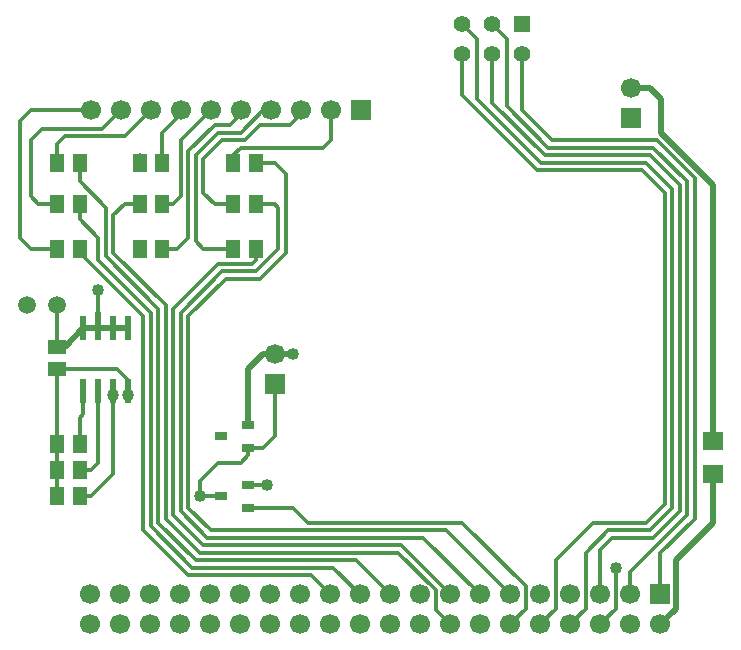
<source format=gbr>
G04 DipTrace 3.3.1.3*
G04 Top.gbr*
%MOIN*%
G04 #@! TF.FileFunction,Copper,L1,Top*
G04 #@! TF.Part,Single*
G04 #@! TA.AperFunction,Conductor*
%ADD14C,0.012992*%
%ADD15C,0.02*%
%ADD18R,0.059055X0.051181*%
%ADD20R,0.041339X0.025591*%
%ADD21R,0.070866X0.062992*%
G04 #@! TA.AperFunction,ComponentPad*
%ADD22R,0.066929X0.066929*%
%ADD23C,0.066929*%
%ADD24R,0.055118X0.055118*%
%ADD25C,0.055118*%
%ADD26C,0.059055*%
%ADD27R,0.051181X0.059055*%
%ADD28R,0.023622X0.07874*%
G04 #@! TA.AperFunction,ViaPad*
%ADD29C,0.04*%
%FSLAX26Y26*%
G04*
G70*
G90*
G75*
G01*
G04 Top*
%LPD*%
X581200Y1331200D2*
D14*
X781200D1*
X818700Y1293700D1*
Y1256102D1*
X581397Y993700D2*
Y906200D1*
X581200Y1331200D2*
Y1081397D1*
X581397Y1081200D1*
Y993700D1*
X818700Y1243700D2*
Y1256102D1*
X2131200Y2381200D2*
Y2193700D1*
X2231200Y2093700D1*
X2581200D1*
X2706200Y1968700D1*
Y831200D1*
X2591598Y716598D1*
Y579489D1*
X2768700Y981200D2*
D15*
Y818700D1*
X2643700Y693700D1*
Y531591D1*
X2591598Y479489D1*
X2493700Y2268700D2*
X2556200D1*
X2593700Y2231200D1*
Y2118700D1*
X2768700Y1943700D1*
Y1091436D1*
X1306200Y1381200D2*
X1268700D1*
X1218700Y1331200D1*
Y1143503D1*
X1306200Y1381200D2*
X1368700D1*
X2768700Y1081200D2*
Y1091436D1*
X1306200Y1281200D2*
D14*
Y1106200D1*
X1268700Y1068700D1*
X1218700D1*
X1056200Y906200D2*
X1128050D1*
X1128149Y906102D1*
X1218700Y1068700D2*
Y1043700D1*
X1193700Y1018700D1*
X1118700D1*
X1056200Y956200D1*
Y906200D1*
X581200Y1406003D2*
D15*
X606003D1*
X668700Y1468700D1*
X581200Y1406003D2*
D14*
Y1543700D1*
X818700Y1468700D2*
D15*
X768700D1*
X718700D1*
X668700D1*
X718700D2*
Y1518700D1*
Y1593700D2*
D14*
Y1468700D1*
X2443700Y668700D2*
Y531591D1*
X2391598Y479489D1*
X1218700Y943503D2*
X1281397D1*
X1293700Y2193700D2*
X1268700D1*
X1193700Y2118700D1*
X1118700D1*
X1043700Y2043700D1*
Y1756200D1*
X1068700Y1731200D1*
X1168897D1*
X2091598Y579489D2*
X1877386Y793700D1*
X1093700D1*
X1018700Y868700D1*
Y1506200D1*
X1143700Y1631200D1*
X1256200D1*
X1343700Y1718700D1*
Y1981200D1*
X1306200Y2018700D1*
X1243700D1*
X1991598Y579489D2*
X1802386Y768700D1*
X1081200D1*
X993700Y856200D1*
Y1518700D1*
X1131200Y1656200D1*
X1243700D1*
X1318700Y1731200D1*
Y1868700D1*
X1306200Y1881200D1*
X1243700D1*
Y1731200D2*
Y1693700D1*
X1231200Y1681200D1*
X1118700D1*
X968700Y1531200D1*
Y843700D1*
X1068700Y743700D1*
X1727386D1*
X1891598Y579489D1*
X1393700Y2193700D2*
Y2181200D1*
X1356200Y2143700D1*
X1256200D1*
X1206200Y2093700D1*
X1131200D1*
X1068700Y2031200D1*
Y1918700D1*
X1106200Y1881200D1*
X1168897D1*
Y2018700D2*
Y2043897D1*
X1193700Y2068700D1*
X1468700D1*
X1493700Y2093700D1*
Y2193700D1*
X993700D2*
Y2181200D1*
X931200Y2118700D1*
Y2018700D1*
X856397Y1731200D2*
D3*
Y1881200D2*
X806200D1*
X768700Y1843700D1*
Y1718700D1*
X943700Y1543700D1*
Y831200D1*
X1056200Y718700D1*
X1718700D1*
X1843700Y593700D1*
Y527386D1*
X1891598Y479489D1*
X856397Y2018700D2*
Y2031397D1*
X1093700Y2193700D2*
X993700Y2093700D1*
Y1906200D1*
X968700Y1881200D1*
X931200D1*
X1193700Y2193700D2*
Y2181200D1*
X1156200Y2143700D1*
X1106200D1*
X1018700Y2056200D1*
Y1768700D1*
X981200Y1731200D1*
X931200D1*
X693700Y2193700D2*
X493700D1*
X456200Y2156200D1*
Y1768700D1*
X493700Y1731200D1*
X581397D1*
X893700Y2193700D2*
X806200Y2106200D1*
X606200D1*
X581397Y2081397D1*
Y2018700D1*
X793700Y2193700D2*
X731200Y2131200D1*
X531200D1*
X493700Y2093700D1*
Y1906200D1*
X518700Y1881200D1*
X581397D1*
X656200Y1731200D2*
Y1718700D1*
X868700Y1506200D1*
Y793700D1*
X1018700Y643700D1*
X1427386D1*
X1491598Y579489D1*
X1218700Y868700D2*
X1368700D1*
X1418700Y818700D1*
X1931200D1*
X2143700Y606200D1*
Y531591D1*
X2091598Y479489D1*
X1931200Y2481200D2*
X1981200Y2431200D1*
Y2231200D1*
X2193700Y2018700D1*
X2543700D1*
X2631200Y1931200D1*
Y868700D1*
X2556200Y793700D1*
X2418700D1*
X2343700Y718700D1*
Y531591D1*
X2291598Y479489D1*
X656200Y2018700D2*
Y1956200D1*
X743700Y1868700D1*
Y1706200D1*
X918700Y1531200D1*
Y818700D1*
X1043700Y693700D1*
X1577386D1*
X1691598Y579489D1*
X656200Y1881200D2*
Y1831200D1*
X718700Y1768700D1*
Y1693700D1*
X893700Y1518700D1*
Y806200D1*
X1031200Y668700D1*
X1502386D1*
X1591598Y579489D1*
X2031200Y2481200D2*
X2081200Y2431200D1*
Y2206200D1*
X2218700Y2068700D1*
X2568700D1*
X2681200Y1956200D1*
Y843700D1*
X2491598Y654098D1*
Y579489D1*
X2031200Y2381200D2*
Y2218700D1*
X2206200Y2043700D1*
X2556200D1*
X2656200Y1943700D1*
Y856200D1*
X2568700Y768700D1*
X2431200D1*
X2391598Y729098D1*
Y579489D1*
X668700Y1256102D2*
Y1181200D1*
X656200Y1168700D1*
Y1081200D1*
Y993700D2*
D3*
X718700Y1256102D2*
Y1018700D1*
X693700Y993700D1*
X656200D1*
X1931200Y2381200D2*
Y2243700D1*
X2181200Y1993700D1*
X2531200D1*
X2606200Y1918700D1*
Y881200D1*
X2543700Y818700D1*
X2368700D1*
X2243700Y693700D1*
Y531591D1*
X2191598Y479489D1*
X481200Y1543700D2*
D3*
X768700Y1243700D2*
Y1256102D1*
Y981200D1*
X693700Y906200D1*
X656200D1*
D29*
X818700Y1243700D3*
X1368700Y1381200D3*
X2768700Y1081200D3*
X1281397Y943503D3*
X856397Y1731200D3*
Y2031397D3*
X656200Y1081200D3*
Y993700D3*
X481200Y1543700D3*
X768700Y1243700D3*
X1056200Y906200D3*
X718700Y1593700D3*
X2443700Y668700D3*
D18*
X581200Y1331200D3*
Y1406003D3*
D20*
X1218700Y1068700D3*
Y1143503D3*
X1128149Y1106102D3*
D21*
X2768700Y981200D3*
Y1091436D3*
D22*
X2591598Y579489D3*
D23*
Y479489D3*
X2491598Y579489D3*
Y479489D3*
X2391598Y579489D3*
Y479489D3*
X2291598Y579489D3*
Y479489D3*
X2191598Y579489D3*
Y479489D3*
X2091598Y579489D3*
Y479489D3*
X1991598Y579489D3*
Y479489D3*
X1891598Y579489D3*
Y479489D3*
X1791598Y579489D3*
Y479489D3*
X1691598Y579489D3*
Y479489D3*
X1591598Y579489D3*
Y479489D3*
X1491598Y579489D3*
Y479489D3*
X1391598Y579489D3*
Y479489D3*
X1291598Y579489D3*
Y479489D3*
X1191598Y579489D3*
Y479489D3*
X1091598Y579489D3*
Y479489D3*
X991598Y579489D3*
Y479489D3*
X891598Y579489D3*
Y479489D3*
X791598Y579489D3*
Y479489D3*
X691598Y579489D3*
Y479489D3*
D22*
X2493700Y2168700D3*
D23*
Y2268700D3*
D24*
X2131200Y2481200D3*
D25*
X2031200D3*
X1931200D3*
X2131200Y2381200D3*
X2031200D3*
X1931200D3*
D26*
X481200Y1543700D3*
D27*
X1243700Y2018700D3*
X1168897D3*
X1243700Y1881200D3*
X1168897D3*
X1243700Y1731200D3*
X1168897D3*
X856397D3*
X931200D3*
X856397Y1881200D3*
X931200D3*
X856397Y2018700D3*
X931200D3*
X656200D3*
X581397D3*
X656200Y1881200D3*
X581397D3*
X656200Y1731200D3*
X581397D3*
X656200Y906200D3*
X581397D3*
X656200Y1081200D3*
X581397D3*
X656200Y993700D3*
X581397D3*
D22*
X1306200Y1281200D3*
D23*
Y1381200D3*
D26*
X581200Y1543700D3*
D28*
X818700Y1468700D3*
X768700D3*
X718700D3*
X668700D3*
Y1256102D3*
X718700D3*
X768700D3*
X818700D3*
D20*
X1218700Y868700D3*
Y943503D3*
X1128149Y906102D3*
D22*
X1593700Y2193700D3*
D23*
X1493700D3*
X1393700D3*
X1293700D3*
X1193700D3*
X1093700D3*
X993700D3*
X893700D3*
X793700D3*
X693700D3*
M02*

</source>
